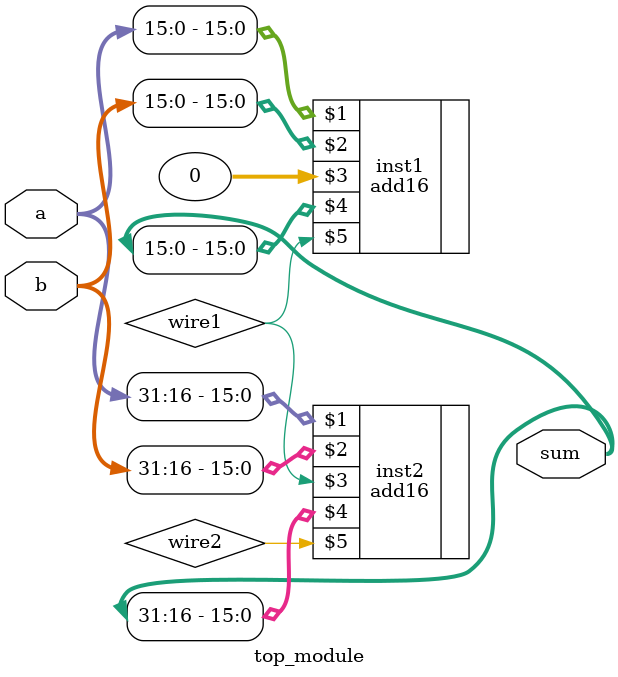
<source format=v>
module top_module(
    input [31:0] a,
    input [31:0] b,
    output [31:0] sum
);
    wire wire1,wire2;
    add16 inst1(a[15:0],b[15:0],0,sum[15:0],wire1);
    add16 inst2(a[31:16],b[31:16],wire1,sum[31:16],wire2);
endmodule

</source>
